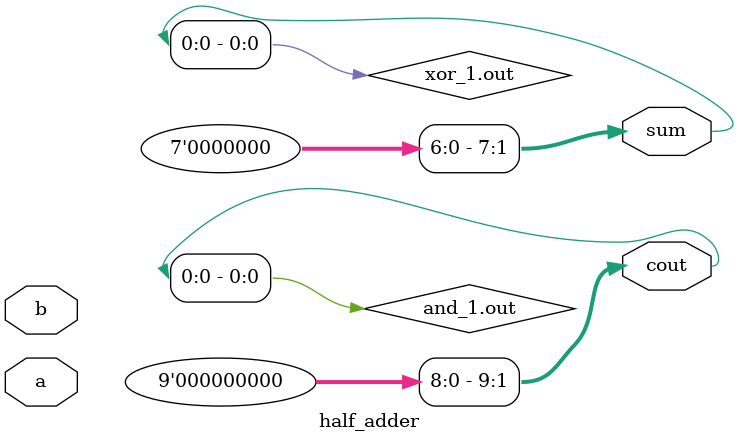
<source format=v>
module half_adder(input [7:0] a, b, output [7:0] sum, output [9:0] cout);
    and2 and_1 (.a(a), .b(b));
    xor2 xor_1 (.a(a), .b(b));
    
    assign sum = xor_1.out;
    assign cout = and_1.out;
endmodule

</source>
